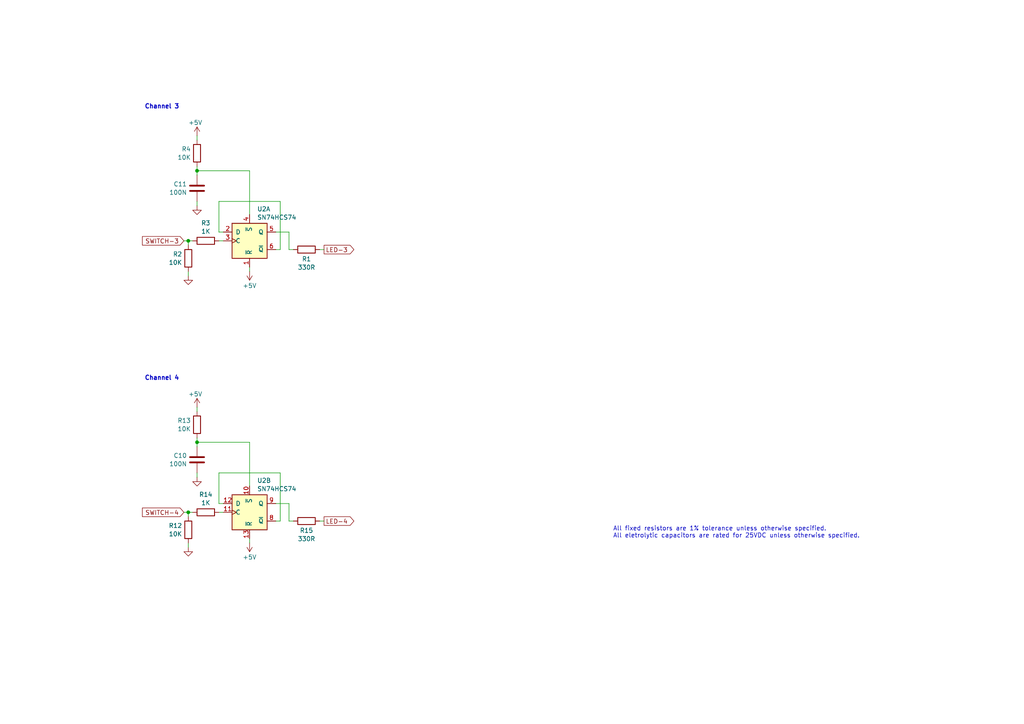
<source format=kicad_sch>
(kicad_sch (version 20230121) (generator eeschema)

  (uuid 8ae597b0-1583-415d-8c6b-52c41c5e5052)

  (paper "A4")

  (title_block
    (title "Switches - Channels 3 & 4")
    (date "2023-10-19")
    (rev "1.0")
    (company "Len Popp")
    (comment 1 "Copyright © 2023 Len Popp CC BY")
    (comment 2 "Eurorack muting module module - 8HP")
  )

  (lib_symbols
    (symbol "-lmp-IC-misc:SN74HCS74" (pin_names (offset 1.016)) (in_bom yes) (on_board yes)
      (property "Reference" "U" (at -7.62 8.89 0)
        (effects (font (size 1.27 1.27)))
      )
      (property "Value" "SN74HCS74" (at -7.62 -8.89 0)
        (effects (font (size 1.27 1.27)))
      )
      (property "Footprint" "Package_SO:SOIC-14_3.9x8.7mm_P1.27mm" (at 0 0 0)
        (effects (font (size 1.27 1.27)) hide)
      )
      (property "Datasheet" "https://www.ti.com/lit/ds/symlink/sn74hcs74.pdf" (at 0 0 0)
        (effects (font (size 1.27 1.27)) hide)
      )
      (property "Manufacturer" "Texas Instruments" (at 0 0 0)
        (effects (font (size 1.27 1.27)) hide)
      )
      (property "ManufacturerPartNum" "SN74HCS74DR" (at 0 0 0)
        (effects (font (size 1.27 1.27)) hide)
      )
      (property "Distributor" "Mouser" (at 0 0 0)
        (effects (font (size 1.27 1.27)) hide)
      )
      (property "DistributorPartNum" "595-SN74HCS74DR" (at 0 0 0)
        (effects (font (size 1.27 1.27)) hide)
      )
      (property "DistributorPartLink" "https://www.mouser.ca/ProductDetail/Texas-Instruments/SN74HCS74DR?qs=TiOZkKH1s2QvGxo75w4r5Q%3D%3D" (at 0 0 0)
        (effects (font (size 1.27 1.27)) hide)
      )
      (property "ki_locked" "" (at 0 0 0)
        (effects (font (size 1.27 1.27)))
      )
      (property "ki_keywords" "CMOS D flip-flop schmitt" (at 0 0 0)
        (effects (font (size 1.27 1.27)) hide)
      )
      (property "ki_description" "CMOS Dual D Flip-flop, Set & Reset, Positive-edge Triggered, Schmitt-trigger Input" (at 0 0 0)
        (effects (font (size 1.27 1.27)) hide)
      )
      (property "ki_fp_filters" "Breakout*DIP*14*W15.24mm* SOIC*14*3.9*8.7*P1.27*" (at 0 0 0)
        (effects (font (size 1.27 1.27)) hide)
      )
      (symbol "SN74HCS74_1_0"
        (pin input line (at 0 -7.62 90) (length 2.54)
          (name "~{R}" (effects (font (size 1.27 1.27))))
          (number "1" (effects (font (size 1.27 1.27))))
        )
        (pin input line (at -7.62 2.54 0) (length 2.54)
          (name "D" (effects (font (size 1.27 1.27))))
          (number "2" (effects (font (size 1.27 1.27))))
        )
        (pin input clock (at -7.62 0 0) (length 2.54)
          (name "C" (effects (font (size 1.27 1.27))))
          (number "3" (effects (font (size 1.27 1.27))))
        )
        (pin input line (at 0 7.62 270) (length 2.54)
          (name "~{S}" (effects (font (size 1.27 1.27))))
          (number "4" (effects (font (size 1.27 1.27))))
        )
        (pin output line (at 7.62 2.54 180) (length 2.54)
          (name "Q" (effects (font (size 1.27 1.27))))
          (number "5" (effects (font (size 1.27 1.27))))
        )
        (pin output line (at 7.62 -2.54 180) (length 2.54)
          (name "~{Q}" (effects (font (size 1.27 1.27))))
          (number "6" (effects (font (size 1.27 1.27))))
        )
      )
      (symbol "SN74HCS74_1_1"
        (rectangle (start -5.08 5.08) (end 5.08 -5.08)
          (stroke (width 0.254) (type default))
          (fill (type background))
        )
      )
      (symbol "SN74HCS74_2_0"
        (pin input line (at 0 7.62 270) (length 2.54)
          (name "~{S}" (effects (font (size 1.27 1.27))))
          (number "10" (effects (font (size 1.27 1.27))))
        )
        (pin input clock (at -7.62 0 0) (length 2.54)
          (name "C" (effects (font (size 1.27 1.27))))
          (number "11" (effects (font (size 1.27 1.27))))
        )
        (pin input line (at -7.62 2.54 0) (length 2.54)
          (name "D" (effects (font (size 1.27 1.27))))
          (number "12" (effects (font (size 1.27 1.27))))
        )
        (pin input line (at 0 -7.62 90) (length 2.54)
          (name "~{R}" (effects (font (size 1.27 1.27))))
          (number "13" (effects (font (size 1.27 1.27))))
        )
        (pin output line (at 7.62 -2.54 180) (length 2.54)
          (name "~{Q}" (effects (font (size 1.27 1.27))))
          (number "8" (effects (font (size 1.27 1.27))))
        )
        (pin output line (at 7.62 2.54 180) (length 2.54)
          (name "Q" (effects (font (size 1.27 1.27))))
          (number "9" (effects (font (size 1.27 1.27))))
        )
      )
      (symbol "SN74HCS74_2_1"
        (rectangle (start -5.08 5.08) (end 5.08 -5.08)
          (stroke (width 0.254) (type default))
          (fill (type background))
        )
      )
      (symbol "SN74HCS74_3_1"
        (pin power_in line (at 0 7.62 270) (length 2.54)
          (name "VDD" (effects (font (size 1.27 1.27))))
          (number "14" (effects (font (size 1.27 1.27))))
        )
        (pin power_in line (at 0 -7.62 90) (length 2.54)
          (name "VSS" (effects (font (size 1.27 1.27))))
          (number "7" (effects (font (size 1.27 1.27))))
        )
      )
    )
    (symbol "-lmp-power:+5V" (power) (pin_names (offset 0)) (in_bom yes) (on_board yes)
      (property "Reference" "#PWR" (at 0 -3.81 0)
        (effects (font (size 1.27 1.27)) hide)
      )
      (property "Value" "+5V" (at 0 3.556 0)
        (effects (font (size 1.27 1.27)))
      )
      (property "Footprint" "" (at 0 0 0)
        (effects (font (size 1.27 1.27)) hide)
      )
      (property "Datasheet" "" (at 0 0 0)
        (effects (font (size 1.27 1.27)) hide)
      )
      (property "ki_keywords" "power-flag" (at 0 0 0)
        (effects (font (size 1.27 1.27)) hide)
      )
      (property "ki_description" "Power symbol creates a global label with name \"+5V\"" (at 0 0 0)
        (effects (font (size 1.27 1.27)) hide)
      )
      (symbol "+5V_0_1"
        (polyline
          (pts
            (xy -0.762 1.27)
            (xy 0 2.54)
          )
          (stroke (width 0) (type default))
          (fill (type none))
        )
        (polyline
          (pts
            (xy 0 0)
            (xy 0 2.54)
          )
          (stroke (width 0) (type default))
          (fill (type none))
        )
        (polyline
          (pts
            (xy 0 2.54)
            (xy 0.762 1.27)
          )
          (stroke (width 0) (type default))
          (fill (type none))
        )
      )
      (symbol "+5V_1_1"
        (pin power_in line (at 0 0 90) (length 0) hide
          (name "+5V" (effects (font (size 1.27 1.27))))
          (number "1" (effects (font (size 1.27 1.27))))
        )
      )
    )
    (symbol "-lmp-synth:R_1K_Output" (pin_numbers hide) (pin_names (offset 0)) (in_bom yes) (on_board yes)
      (property "Reference" "R" (at -2.286 0 90)
        (effects (font (size 1.27 1.27)))
      )
      (property "Value" "R_1K_Output" (at 2.413 0 90)
        (effects (font (size 1.27 1.27)))
      )
      (property "Footprint" "-lmp-misc:R_Axial_DIN0207_L6.3mm_D2.5mm_P10.16mm_Horizontal" (at -1.778 0 90)
        (effects (font (size 1.27 1.27)) hide)
      )
      (property "Datasheet" "https://www.mouser.ca/datasheet/2/427/ccf07-1762725.pdf" (at 0 0 0)
        (effects (font (size 1.27 1.27)) hide)
      )
      (property "Value2" "5%, 1/4 W" (at 4.445 0 90)
        (effects (font (size 1.27 1.27)))
      )
      (property "Note" "Output limiting" (at -1.905 -1.905 90)
        (effects (font (size 1.27 1.27)) hide)
      )
      (property "Manufacturer" "Vishay / Dale" (at 0 0 0)
        (effects (font (size 1.27 1.27)) hide)
      )
      (property "ManufacturerPartNum" "CCF071K00JKE36" (at 0 0 0)
        (effects (font (size 1.27 1.27)) hide)
      )
      (property "Distributor" "Mouser" (at -1.905 0 90)
        (effects (font (size 1.27 1.27)) hide)
      )
      (property "DistributorPartNum" "71-CCF071K00JKE36" (at 0 0 0)
        (effects (font (size 1.27 1.27)) hide)
      )
      (property "DistributorPartLink" "https://www.mouser.ca/ProductDetail/Vishay-Dale/CCF071K00JKE36?qs=sGAEpiMZZMsPqMdJzcrNwqw41JD0NFylHV1MADcQnpo%3D" (at 0 0 0)
        (effects (font (size 1.27 1.27)) hide)
      )
      (property "ki_keywords" "R res resistor" (at 0 0 0)
        (effects (font (size 1.27 1.27)) hide)
      )
      (property "ki_description" "Resistor" (at 0 0 0)
        (effects (font (size 1.27 1.27)) hide)
      )
      (property "ki_fp_filters" "R_*" (at 0 0 0)
        (effects (font (size 1.27 1.27)) hide)
      )
      (symbol "R_1K_Output_0_1"
        (rectangle (start -1.016 -2.54) (end 1.016 2.54)
          (stroke (width 0.254) (type default))
          (fill (type none))
        )
      )
      (symbol "R_1K_Output_1_1"
        (pin passive line (at 0 3.81 270) (length 1.27)
          (name "~" (effects (font (size 1.27 1.27))))
          (number "1" (effects (font (size 1.27 1.27))))
        )
        (pin passive line (at 0 -3.81 90) (length 1.27)
          (name "~" (effects (font (size 1.27 1.27))))
          (number "2" (effects (font (size 1.27 1.27))))
        )
      )
    )
    (symbol "-lmp:CC_100N" (pin_numbers hide) (pin_names (offset 0.254)) (in_bom yes) (on_board yes)
      (property "Reference" "C" (at 0.635 2.54 0)
        (effects (font (size 1.27 1.27)) (justify left))
      )
      (property "Value" "CC_100N" (at 0.635 -2.54 0)
        (effects (font (size 1.27 1.27)) (justify left))
      )
      (property "Footprint" "-lmp-misc:C_Disc_D5.0mm_W2.5mm_P2.50mm" (at 0.9652 -3.81 0)
        (effects (font (size 1.27 1.27)) hide)
      )
      (property "Datasheet" "https://product.tdk.com/system/files/dam/doc/product/capacitor/ceramic/lead-mlcc/catalog/leadmlcc_halogenfree_fg_en.pdf" (at -0.635 -3.81 0)
        (effects (font (size 1.27 1.27)) hide)
      )
      (property "Note" "IC decoupling" (at 0.635 -5.08 0)
        (effects (font (size 1.27 1.27)) (justify left) hide)
      )
      (property "Manufacturer" "TDK" (at 0 0 0)
        (effects (font (size 1.27 1.27)) hide)
      )
      (property "ManufacturerPartNum" "FG18X7R1H104KNT06" (at 0 0 0)
        (effects (font (size 1.27 1.27)) hide)
      )
      (property "Distributor" "Mouser" (at 0 0 0)
        (effects (font (size 1.27 1.27)) hide)
      )
      (property "DistributorPartNum" "810-FG18X7R1H104KNT6" (at 0 0 0)
        (effects (font (size 1.27 1.27)) hide)
      )
      (property "DistributorPartLink" "https://www.mouser.ca/ProductDetail/810-FG18X7R1H104KNT6" (at 0 0 0)
        (effects (font (size 1.27 1.27)) hide)
      )
      (property "ki_keywords" "cap capacitor ceramic" (at 0 0 0)
        (effects (font (size 1.27 1.27)) hide)
      )
      (property "ki_description" "Capacitor - Ceramic - IC decoupling" (at 0 0 0)
        (effects (font (size 1.27 1.27)) hide)
      )
      (property "ki_fp_filters" "C_*" (at 0 0 0)
        (effects (font (size 1.27 1.27)) hide)
      )
      (symbol "CC_100N_0_1"
        (polyline
          (pts
            (xy -2.032 -0.762)
            (xy 2.032 -0.762)
          )
          (stroke (width 0.508) (type default))
          (fill (type none))
        )
        (polyline
          (pts
            (xy -2.032 0.762)
            (xy 2.032 0.762)
          )
          (stroke (width 0.508) (type default))
          (fill (type none))
        )
      )
      (symbol "CC_100N_1_1"
        (pin passive line (at 0 3.81 270) (length 2.794)
          (name "~" (effects (font (size 1.27 1.27))))
          (number "1" (effects (font (size 1.27 1.27))))
        )
        (pin passive line (at 0 -3.81 90) (length 2.794)
          (name "~" (effects (font (size 1.27 1.27))))
          (number "2" (effects (font (size 1.27 1.27))))
        )
      )
    )
    (symbol "-lmp:R_1%_0W166" (pin_numbers hide) (pin_names (offset 0)) (in_bom yes) (on_board yes)
      (property "Reference" "R" (at -2.286 0 90)
        (effects (font (size 1.27 1.27)))
      )
      (property "Value" "R_1%_0W166" (at 2.413 0 90)
        (effects (font (size 1.27 1.27)))
      )
      (property "Footprint" "-lmp-misc:R_Axial_DIN0207_L6.3mm_D2.5mm_P7.62mm_Horizontal" (at -1.778 0 90)
        (effects (font (size 1.27 1.27)) hide)
      )
      (property "Datasheet" "https://www.mouser.ca/datasheet/2/447/Yageo_LR_MFR_1-1714151.pdf" (at 0 0 0)
        (effects (font (size 1.27 1.27)) hide)
      )
      (property "Manufacturer" "YAGEO" (at 0 0 0)
        (effects (font (size 1.27 1.27)) hide)
      )
      (property "ManufacturerPartNum" "MFR-12*" (at 0 0 0)
        (effects (font (size 1.27 1.27)) hide)
      )
      (property "Distributor" "Mouser" (at 0 0 0)
        (effects (font (size 1.27 1.27)) hide)
      )
      (property "DistributorPartNum" "603-MFR-12*" (at 0 0 0)
        (effects (font (size 1.27 1.27)) hide)
      )
      (property "DistributorPartLink" "https://www.mouser.ca/c/?m=YAGEO&power+rating=166+mW+(1%2f6+W)&tolerance=1+%25&instock=y" (at 0 0 0)
        (effects (font (size 1.27 1.27)) hide)
      )
      (property "Value2" "1%, 1/6 W" (at 4.953 0 90)
        (effects (font (size 1.27 1.27)) hide)
      )
      (property "ki_keywords" "R res resistor" (at 0 0 0)
        (effects (font (size 1.27 1.27)) hide)
      )
      (property "ki_description" "Resistor" (at 0 0 0)
        (effects (font (size 1.27 1.27)) hide)
      )
      (property "ki_fp_filters" "R_*" (at 0 0 0)
        (effects (font (size 1.27 1.27)) hide)
      )
      (symbol "R_1%_0W166_0_1"
        (rectangle (start -1.016 -2.54) (end 1.016 2.54)
          (stroke (width 0.254) (type default))
          (fill (type none))
        )
      )
      (symbol "R_1%_0W166_1_1"
        (pin passive line (at 0 3.81 270) (length 1.27)
          (name "~" (effects (font (size 1.27 1.27))))
          (number "1" (effects (font (size 1.27 1.27))))
        )
        (pin passive line (at 0 -3.81 90) (length 1.27)
          (name "~" (effects (font (size 1.27 1.27))))
          (number "2" (effects (font (size 1.27 1.27))))
        )
      )
    )
    (symbol "GND_1" (power) (pin_numbers hide) (pin_names (offset 0) hide) (in_bom yes) (on_board yes)
      (property "Reference" "#PWR" (at 0 -6.35 0)
        (effects (font (size 1.27 1.27)) hide)
      )
      (property "Value" "GND_1" (at 0 -3.81 0)
        (effects (font (size 1.27 1.27)) hide)
      )
      (property "Footprint" "" (at 0 0 0)
        (effects (font (size 1.27 1.27)) hide)
      )
      (property "Datasheet" "" (at 0 0 0)
        (effects (font (size 1.27 1.27)) hide)
      )
      (property "ki_keywords" "power-flag" (at 0 0 0)
        (effects (font (size 1.27 1.27)) hide)
      )
      (property "ki_description" "Power symbol creates a global label with name \"GND\" , ground" (at 0 0 0)
        (effects (font (size 1.27 1.27)) hide)
      )
      (symbol "GND_1_0_1"
        (polyline
          (pts
            (xy 0 0)
            (xy 0 -1.27)
            (xy 1.27 -1.27)
            (xy 0 -2.54)
            (xy -1.27 -1.27)
            (xy 0 -1.27)
          )
          (stroke (width 0) (type default))
          (fill (type none))
        )
      )
      (symbol "GND_1_1_1"
        (pin power_in line (at 0 0 270) (length 0) hide
          (name "GND" (effects (font (size 1.27 1.27))))
          (number "1" (effects (font (size 1.27 1.27))))
        )
      )
    )
    (symbol "GND_2" (power) (pin_numbers hide) (pin_names (offset 0) hide) (in_bom yes) (on_board yes)
      (property "Reference" "#PWR" (at 0 -6.35 0)
        (effects (font (size 1.27 1.27)) hide)
      )
      (property "Value" "GND_2" (at 0 -3.81 0)
        (effects (font (size 1.27 1.27)) hide)
      )
      (property "Footprint" "" (at 0 0 0)
        (effects (font (size 1.27 1.27)) hide)
      )
      (property "Datasheet" "" (at 0 0 0)
        (effects (font (size 1.27 1.27)) hide)
      )
      (property "ki_keywords" "power-flag" (at 0 0 0)
        (effects (font (size 1.27 1.27)) hide)
      )
      (property "ki_description" "Power symbol creates a global label with name \"GND\" , ground" (at 0 0 0)
        (effects (font (size 1.27 1.27)) hide)
      )
      (symbol "GND_2_0_1"
        (polyline
          (pts
            (xy 0 0)
            (xy 0 -1.27)
            (xy 1.27 -1.27)
            (xy 0 -2.54)
            (xy -1.27 -1.27)
            (xy 0 -1.27)
          )
          (stroke (width 0) (type default))
          (fill (type none))
        )
      )
      (symbol "GND_2_1_1"
        (pin power_in line (at 0 0 270) (length 0) hide
          (name "GND" (effects (font (size 1.27 1.27))))
          (number "1" (effects (font (size 1.27 1.27))))
        )
      )
    )
  )

  (junction (at 54.61 148.59) (diameter 0) (color 0 0 0 0)
    (uuid 901a2d47-72c2-407c-ae69-a642bb9a21d4)
  )
  (junction (at 54.61 69.85) (diameter 0) (color 0 0 0 0)
    (uuid 9d9fc84f-6d30-420f-92aa-6ae51bb3cba1)
  )
  (junction (at 57.15 128.27) (diameter 0) (color 0 0 0 0)
    (uuid d0d9abde-9771-4016-a48a-b86a7f140ece)
  )
  (junction (at 57.15 49.53) (diameter 0) (color 0 0 0 0)
    (uuid efb6df5b-d399-41e8-8521-5d2d52279fa8)
  )

  (wire (pts (xy 54.61 69.85) (xy 55.88 69.85))
    (stroke (width 0) (type default))
    (uuid 14e109bc-6cc2-40e7-a007-ed0ac750ec1c)
  )
  (wire (pts (xy 81.28 151.13) (xy 81.28 137.16))
    (stroke (width 0) (type default))
    (uuid 15b1b518-4267-45f3-96e7-b9bc6bf364d5)
  )
  (wire (pts (xy 72.39 77.47) (xy 72.39 78.74))
    (stroke (width 0) (type default))
    (uuid 1b81c676-fc28-4d29-99f8-e652f5ad5ccb)
  )
  (wire (pts (xy 80.01 151.13) (xy 81.28 151.13))
    (stroke (width 0) (type default))
    (uuid 240eba50-26a1-441b-b816-b3e2a0d725f0)
  )
  (wire (pts (xy 54.61 69.85) (xy 54.61 71.12))
    (stroke (width 0) (type default))
    (uuid 24bc366f-2603-4c01-9aaa-e6c97600d7bc)
  )
  (wire (pts (xy 53.34 148.59) (xy 54.61 148.59))
    (stroke (width 0) (type default))
    (uuid 27a393d8-7d47-429e-9ac9-d49f20251030)
  )
  (wire (pts (xy 54.61 78.74) (xy 54.61 80.01))
    (stroke (width 0) (type default))
    (uuid 29fc54e7-65df-4007-82e5-0f1ff2aa71b4)
  )
  (wire (pts (xy 63.5 148.59) (xy 64.77 148.59))
    (stroke (width 0) (type default))
    (uuid 3662f555-ec8b-486d-8c8c-44d1cdaaa937)
  )
  (wire (pts (xy 80.01 72.39) (xy 81.28 72.39))
    (stroke (width 0) (type default))
    (uuid 3d936ea7-e609-4c31-bc67-c3bcc62e2b83)
  )
  (wire (pts (xy 57.15 118.11) (xy 57.15 119.38))
    (stroke (width 0) (type default))
    (uuid 481b1242-ee44-425a-a7cd-787c8831a1a1)
  )
  (wire (pts (xy 81.28 72.39) (xy 81.28 58.42))
    (stroke (width 0) (type default))
    (uuid 4b40d6e7-a8fd-4bbe-9248-83dce4c0cc34)
  )
  (wire (pts (xy 53.34 69.85) (xy 54.61 69.85))
    (stroke (width 0) (type default))
    (uuid 606c99a3-b705-4a37-bd9c-fccf4e8bf40b)
  )
  (wire (pts (xy 92.71 72.39) (xy 93.98 72.39))
    (stroke (width 0) (type default))
    (uuid 6562d4e6-ae88-4c91-a959-b44aa117a5b1)
  )
  (wire (pts (xy 83.82 72.39) (xy 85.09 72.39))
    (stroke (width 0) (type default))
    (uuid 66a8a0f2-b3c4-4c89-8b8d-7fa16dcdbb11)
  )
  (wire (pts (xy 83.82 146.05) (xy 83.82 151.13))
    (stroke (width 0) (type default))
    (uuid 6d78ab1c-c8db-47d0-ae9b-eff77dd355e9)
  )
  (wire (pts (xy 63.5 67.31) (xy 64.77 67.31))
    (stroke (width 0) (type default))
    (uuid 778f4e80-a817-41f9-822a-3516148186b0)
  )
  (wire (pts (xy 63.5 137.16) (xy 63.5 146.05))
    (stroke (width 0) (type default))
    (uuid 7ebc0df6-9de1-4b0e-947d-a8e39f5fdfe1)
  )
  (wire (pts (xy 83.82 67.31) (xy 83.82 72.39))
    (stroke (width 0) (type default))
    (uuid 88310bab-9c71-45c3-b6e6-52f16fae4d61)
  )
  (wire (pts (xy 57.15 128.27) (xy 72.39 128.27))
    (stroke (width 0) (type default))
    (uuid 8fec71d6-068f-42bd-9b12-b954963719cf)
  )
  (wire (pts (xy 54.61 148.59) (xy 54.61 149.86))
    (stroke (width 0) (type default))
    (uuid 9129eb18-386d-43fa-b68e-1434b71cef89)
  )
  (wire (pts (xy 63.5 58.42) (xy 63.5 67.31))
    (stroke (width 0) (type default))
    (uuid a341e3ec-ae39-4046-a0ed-fbae3bbc2445)
  )
  (wire (pts (xy 54.61 148.59) (xy 55.88 148.59))
    (stroke (width 0) (type default))
    (uuid a440fafd-2aa8-4bab-9419-1b7c2b013aab)
  )
  (wire (pts (xy 54.61 157.48) (xy 54.61 158.75))
    (stroke (width 0) (type default))
    (uuid a6b0a67f-c11e-4145-988c-54b6e764f87a)
  )
  (wire (pts (xy 57.15 39.37) (xy 57.15 40.64))
    (stroke (width 0) (type default))
    (uuid aeae85f5-45dd-4334-bd5b-ea7f0e2e3ce7)
  )
  (wire (pts (xy 81.28 58.42) (xy 63.5 58.42))
    (stroke (width 0) (type default))
    (uuid b3a54806-66a3-45f7-91c3-75ae4634b6af)
  )
  (wire (pts (xy 57.15 49.53) (xy 72.39 49.53))
    (stroke (width 0) (type default))
    (uuid b56c01d8-da1a-4719-a39b-01238eb0557b)
  )
  (wire (pts (xy 57.15 58.42) (xy 57.15 59.69))
    (stroke (width 0) (type default))
    (uuid b6dac844-2196-400b-84ba-5ca54df7c320)
  )
  (wire (pts (xy 83.82 151.13) (xy 85.09 151.13))
    (stroke (width 0) (type default))
    (uuid bce7f7aa-be4d-4a03-b243-87ff3a9d82cd)
  )
  (wire (pts (xy 63.5 146.05) (xy 64.77 146.05))
    (stroke (width 0) (type default))
    (uuid bdfe2967-ef7c-4cc1-9d7d-adb3af609872)
  )
  (wire (pts (xy 63.5 69.85) (xy 64.77 69.85))
    (stroke (width 0) (type default))
    (uuid c007c5f6-135b-44ec-ba20-6e13f87600e7)
  )
  (wire (pts (xy 57.15 137.16) (xy 57.15 138.43))
    (stroke (width 0) (type default))
    (uuid cfc40dde-f7a6-45ac-ad96-066b1ddb2979)
  )
  (wire (pts (xy 72.39 156.21) (xy 72.39 157.48))
    (stroke (width 0) (type default))
    (uuid d71fb02c-76fe-4467-ae87-9dd5eb0e99cd)
  )
  (wire (pts (xy 80.01 67.31) (xy 83.82 67.31))
    (stroke (width 0) (type default))
    (uuid d7559ee5-4fcd-413d-ba07-1d8452ce0dfc)
  )
  (wire (pts (xy 72.39 49.53) (xy 72.39 62.23))
    (stroke (width 0) (type default))
    (uuid d86226ec-bfe0-4828-92af-148cd95d0dd3)
  )
  (wire (pts (xy 80.01 146.05) (xy 83.82 146.05))
    (stroke (width 0) (type default))
    (uuid d88ad0a3-14cd-4a85-acbc-3d37f70371c2)
  )
  (wire (pts (xy 57.15 127) (xy 57.15 128.27))
    (stroke (width 0) (type default))
    (uuid dbccbfec-1339-4852-be5b-1908b8d077ef)
  )
  (wire (pts (xy 81.28 137.16) (xy 63.5 137.16))
    (stroke (width 0) (type default))
    (uuid ddee3b90-560c-4a13-abb0-2b0d23577daf)
  )
  (wire (pts (xy 72.39 128.27) (xy 72.39 140.97))
    (stroke (width 0) (type default))
    (uuid ed7d521d-501e-47ac-8629-5e7c448fa6d0)
  )
  (wire (pts (xy 57.15 48.26) (xy 57.15 49.53))
    (stroke (width 0) (type default))
    (uuid ef881953-4a6e-4e8a-8880-bc78929a25ba)
  )
  (wire (pts (xy 92.71 151.13) (xy 93.98 151.13))
    (stroke (width 0) (type default))
    (uuid f27abc93-e3d4-4977-a3b2-254770d2a80f)
  )
  (wire (pts (xy 57.15 128.27) (xy 57.15 129.54))
    (stroke (width 0) (type default))
    (uuid f491a0c0-c709-43b6-a27d-dd89ca330474)
  )
  (wire (pts (xy 57.15 49.53) (xy 57.15 50.8))
    (stroke (width 0) (type default))
    (uuid f54dbd67-38dd-4e30-a28f-627371bbeb32)
  )

  (text "Channel 3" (at 41.91 31.75 0)
    (effects (font (size 1.27 1.27) (thickness 0.254) bold) (justify left bottom))
    (uuid 34a5fbbf-8ff8-47a6-8211-7e6db2408dca)
  )
  (text "All fixed resistors are 1% tolerance unless otherwise specified.\nAll eletrolytic capacitors are rated for 25VDC unless otherwise specified."
    (at 177.8 156.21 0)
    (effects (font (size 1.27 1.27)) (justify left bottom))
    (uuid 9078b122-327b-4673-ad49-253abf73297e)
  )
  (text "Channel 4" (at 41.91 110.49 0)
    (effects (font (size 1.27 1.27) (thickness 0.254) bold) (justify left bottom))
    (uuid f2cb0d86-9881-4d19-a341-8fca5a5fc7bf)
  )

  (global_label "LED-4" (shape output) (at 93.98 151.13 0) (fields_autoplaced)
    (effects (font (size 1.27 1.27)) (justify left))
    (uuid 41263aec-4939-48e3-9ce2-04db8b0b91cd)
    (property "Intersheetrefs" "${INTERSHEET_REFS}" (at 102.54 151.13 0)
      (effects (font (size 1.27 1.27)) (justify left) hide)
    )
  )
  (global_label "SWITCH-3" (shape input) (at 53.34 69.85 180) (fields_autoplaced)
    (effects (font (size 1.27 1.27)) (justify right))
    (uuid 4505f850-9820-4c8b-8d28-6d3e108e87b4)
    (property "Intersheetrefs" "${INTERSHEET_REFS}" (at 41.3933 69.85 0)
      (effects (font (size 1.27 1.27)) (justify right) hide)
    )
  )
  (global_label "LED-3" (shape output) (at 93.98 72.39 0) (fields_autoplaced)
    (effects (font (size 1.27 1.27)) (justify left))
    (uuid 4b6f2214-83cb-4c54-bef7-22b529cd6b78)
    (property "Intersheetrefs" "${INTERSHEET_REFS}" (at 102.54 72.39 0)
      (effects (font (size 1.27 1.27)) (justify left) hide)
    )
  )
  (global_label "SWITCH-4" (shape input) (at 53.34 148.59 180) (fields_autoplaced)
    (effects (font (size 1.27 1.27)) (justify right))
    (uuid 78d05dfd-3e5b-4a25-8fc5-f563fb857105)
    (property "Intersheetrefs" "${INTERSHEET_REFS}" (at 41.3933 148.59 0)
      (effects (font (size 1.27 1.27)) (justify right) hide)
    )
  )

  (symbol (lib_id "-lmp-synth:R_1K_Output") (at 88.9 72.39 90) (mirror x) (unit 1)
    (in_bom yes) (on_board yes) (dnp no) (fields_autoplaced)
    (uuid 04df0f68-4117-433a-9858-0a42179343b8)
    (property "Reference" "R1" (at 88.9 75.1261 90)
      (effects (font (size 1.27 1.27)))
    )
    (property "Value" "330R" (at 88.9 77.5503 90)
      (effects (font (size 1.27 1.27)))
    )
    (property "Footprint" "-lmp-misc:R_Axial_DIN0207_L6.3mm_D2.5mm_P7.62mm_Horizontal" (at 88.9 70.612 90)
      (effects (font (size 1.27 1.27)) hide)
    )
    (property "Datasheet" "https://www.mouser.ca/datasheet/2/427/ccf07-1762725.pdf" (at 88.9 72.39 0)
      (effects (font (size 1.27 1.27)) hide)
    )
    (property "Value2" "5%, 1/4 W" (at 88.9 75.1261 90)
      (effects (font (size 1.27 1.27)) hide)
    )
    (property "Manufacturer" "YAGEO" (at 88.9 72.39 0)
      (effects (font (size 1.27 1.27)) hide)
    )
    (property "ManufacturerPartNum" "MFR-12FTF52-330R" (at 88.9 72.39 0)
      (effects (font (size 1.27 1.27)) hide)
    )
    (property "Distributor" "Mouser" (at 88.9 70.485 90)
      (effects (font (size 1.27 1.27)) hide)
    )
    (property "DistributorPartNum" "603-MFR-12FTF52-330R" (at 88.9 72.39 0)
      (effects (font (size 1.27 1.27)) hide)
    )
    (property "DistributorPartLink" "https://www.mouser.ca/ProductDetail/603-MFR-12FTF52-330R" (at 88.9 72.39 0)
      (effects (font (size 1.27 1.27)) hide)
    )
    (pin "1" (uuid 9f1eb1d5-3f35-46ab-9b7e-02a00856f0c2))
    (pin "2" (uuid 8c6cd985-0cae-46fb-8e1c-c56dcecdc33a))
    (instances
      (project "Switches"
        (path "/4fe3cd02-8864-4b3e-a1a0-2dfa4d191ca2"
          (reference "R1") (unit 1)
        )
        (path "/4fe3cd02-8864-4b3e-a1a0-2dfa4d191ca2/4b37ef0c-1391-46de-9fa1-c7437c667b9e"
          (reference "R29") (unit 1)
        )
      )
      (project "prototype"
        (path "/a1a9a0d8-c6de-418f-9a57-bf7f74b6d401"
          (reference "R12") (unit 1)
        )
      )
    )
  )

  (symbol (lib_id "-lmp:R_1%_0W166") (at 59.69 69.85 90) (unit 1)
    (in_bom yes) (on_board yes) (dnp no) (fields_autoplaced)
    (uuid 10234066-2e61-48d9-a805-37a8b077060c)
    (property "Reference" "R3" (at 59.69 64.6897 90)
      (effects (font (size 1.27 1.27)))
    )
    (property "Value" "1K" (at 59.69 67.1139 90)
      (effects (font (size 1.27 1.27)))
    )
    (property "Footprint" "-lmp-misc:R_Axial_DIN0207_L6.3mm_D2.5mm_P7.62mm_Horizontal" (at 59.69 71.628 90)
      (effects (font (size 1.27 1.27)) hide)
    )
    (property "Datasheet" "https://www.mouser.ca/datasheet/2/447/Yageo_LR_MFR_1-1714151.pdf" (at 59.69 69.85 0)
      (effects (font (size 1.27 1.27)) hide)
    )
    (property "Manufacturer" "YAGEO" (at 59.69 69.85 0)
      (effects (font (size 1.27 1.27)) hide)
    )
    (property "ManufacturerPartNum" "MFR-12FTF52-1K" (at 59.69 69.85 0)
      (effects (font (size 1.27 1.27)) hide)
    )
    (property "Distributor" "Mouser" (at 59.69 69.85 0)
      (effects (font (size 1.27 1.27)) hide)
    )
    (property "DistributorPartNum" "603-MFR-12FTF52-1K" (at 59.69 69.85 0)
      (effects (font (size 1.27 1.27)) hide)
    )
    (property "DistributorPartLink" "https://www.mouser.ca/ProductDetail/YAGEO/MFR-12FTF52-1K?qs=sGAEpiMZZMsPqMdJzcrNwiweiCzxKzWLdWnxGD01wS0%3D" (at 59.69 69.85 0)
      (effects (font (size 1.27 1.27)) hide)
    )
    (property "Value2" "1%, 1/6 W" (at 59.69 64.897 90)
      (effects (font (size 1.27 1.27)) hide)
    )
    (pin "1" (uuid 756bf612-b865-4de9-ba03-a88213c8345d))
    (pin "2" (uuid 6ac3ffce-9c66-4052-bb1d-f62bf22bee5f))
    (instances
      (project "Switches"
        (path "/4fe3cd02-8864-4b3e-a1a0-2dfa4d191ca2"
          (reference "R3") (unit 1)
        )
        (path "/4fe3cd02-8864-4b3e-a1a0-2dfa4d191ca2/4b37ef0c-1391-46de-9fa1-c7437c667b9e"
          (reference "R27") (unit 1)
        )
      )
      (project "prototype"
        (path "/a1a9a0d8-c6de-418f-9a57-bf7f74b6d401"
          (reference "R10") (unit 1)
        )
      )
    )
  )

  (symbol (lib_id "-lmp:R_1%_0W166") (at 57.15 123.19 0) (unit 1)
    (in_bom yes) (on_board yes) (dnp no) (fields_autoplaced)
    (uuid 1cc75390-2e0d-4947-bc03-fb00cb9f74c9)
    (property "Reference" "R13" (at 55.372 121.9779 0)
      (effects (font (size 1.27 1.27)) (justify right))
    )
    (property "Value" "10K" (at 55.372 124.4021 0)
      (effects (font (size 1.27 1.27)) (justify right))
    )
    (property "Footprint" "-lmp-misc:R_Axial_DIN0207_L6.3mm_D2.5mm_P7.62mm_Horizontal" (at 55.372 123.19 90)
      (effects (font (size 1.27 1.27)) hide)
    )
    (property "Datasheet" "https://www.mouser.ca/datasheet/2/447/Yageo_LR_MFR_1-1714151.pdf" (at 57.15 123.19 0)
      (effects (font (size 1.27 1.27)) hide)
    )
    (property "Manufacturer" "YAGEO" (at 57.15 123.19 0)
      (effects (font (size 1.27 1.27)) hide)
    )
    (property "ManufacturerPartNum" "MFR-12FTF52-10K" (at 57.15 123.19 0)
      (effects (font (size 1.27 1.27)) hide)
    )
    (property "Distributor" "Mouser" (at 57.15 123.19 0)
      (effects (font (size 1.27 1.27)) hide)
    )
    (property "DistributorPartNum" "603-MFR-12FTF52-10K" (at 57.15 123.19 0)
      (effects (font (size 1.27 1.27)) hide)
    )
    (property "DistributorPartLink" "https://www.mouser.ca/ProductDetail/YAGEO/MFR-12FTF52-10K?qs=sGAEpiMZZMsPqMdJzcrNwiweiCzxKzWL%2Fd0Jf4ZDQjA%3D" (at 57.15 123.19 0)
      (effects (font (size 1.27 1.27)) hide)
    )
    (property "Value2" "1%, 1/6 W" (at 62.103 123.19 90)
      (effects (font (size 1.27 1.27)) hide)
    )
    (pin "1" (uuid 3bb1dbad-b1e8-499c-bcbc-ae91be1071e5))
    (pin "2" (uuid a6129c17-a87a-4ce9-a8fd-360068194ae3))
    (instances
      (project "Switches"
        (path "/4fe3cd02-8864-4b3e-a1a0-2dfa4d191ca2"
          (reference "R13") (unit 1)
        )
        (path "/4fe3cd02-8864-4b3e-a1a0-2dfa4d191ca2/4b37ef0c-1391-46de-9fa1-c7437c667b9e"
          (reference "R26") (unit 1)
        )
      )
      (project "prototype"
        (path "/a1a9a0d8-c6de-418f-9a57-bf7f74b6d401"
          (reference "R11") (unit 1)
        )
      )
    )
  )

  (symbol (lib_id "-lmp-IC-misc:SN74HCS74") (at 72.39 148.59 0) (unit 2)
    (in_bom yes) (on_board yes) (dnp no) (fields_autoplaced)
    (uuid 37a83166-0d39-4cfd-809a-ca83f05ffce7)
    (property "Reference" "U2" (at 74.5841 139.3657 0)
      (effects (font (size 1.27 1.27)) (justify left))
    )
    (property "Value" "SN74HCS74" (at 74.5841 141.7899 0)
      (effects (font (size 1.27 1.27)) (justify left))
    )
    (property "Footprint" "Package_SO:SOIC-14_3.9x8.7mm_P1.27mm" (at 72.39 148.59 0)
      (effects (font (size 1.27 1.27)) hide)
    )
    (property "Datasheet" "https://www.ti.com/lit/ds/symlink/sn74hcs74.pdf" (at 72.39 148.59 0)
      (effects (font (size 1.27 1.27)) hide)
    )
    (property "Manufacturer" "Texas Instruments" (at 72.39 148.59 0)
      (effects (font (size 1.27 1.27)) hide)
    )
    (property "ManufacturerPartNum" "SN74HCS74DR" (at 72.39 148.59 0)
      (effects (font (size 1.27 1.27)) hide)
    )
    (property "Distributor" "Mouser" (at 72.39 148.59 0)
      (effects (font (size 1.27 1.27)) hide)
    )
    (property "DistributorPartNum" "595-SN74HCS74DR" (at 72.39 148.59 0)
      (effects (font (size 1.27 1.27)) hide)
    )
    (property "DistributorPartLink" "https://www.mouser.ca/ProductDetail/Texas-Instruments/SN74HCS74DR?qs=TiOZkKH1s2QvGxo75w4r5Q%3D%3D" (at 72.39 148.59 0)
      (effects (font (size 1.27 1.27)) hide)
    )
    (pin "1" (uuid 014325a1-36a2-4a2f-8055-b0a588954d98))
    (pin "2" (uuid 388d2c9c-f179-470f-9cb3-27a490acba26))
    (pin "3" (uuid 1f3fa86d-6427-4c36-8d9f-286d010e2792))
    (pin "4" (uuid 52150275-0463-4316-81ff-79bcaface79a))
    (pin "5" (uuid 89b9302f-2f10-46f1-b755-75d54d7a2d7b))
    (pin "6" (uuid 7479e70f-abf9-43a6-bd74-dfc44659c2d9))
    (pin "10" (uuid 2388180f-7254-4a30-9242-d9b58c11c5a3))
    (pin "11" (uuid 687f6423-7fa5-43d4-9f90-cd961c579878))
    (pin "12" (uuid aee36dea-67c8-4580-bb49-a8bb95eec08a))
    (pin "13" (uuid bf3d4810-3289-4330-b35d-810c8639a713))
    (pin "8" (uuid b716fcb7-3ad5-4146-904d-95a229f7a663))
    (pin "9" (uuid d867977e-51ba-4533-af1e-324bcf12481f))
    (pin "14" (uuid 37f43ec8-e74e-4d2f-8666-f199ce9647bf))
    (pin "7" (uuid 3c4baf96-3502-4b68-b805-81a67161ccd4))
    (instances
      (project "Switches"
        (path "/4fe3cd02-8864-4b3e-a1a0-2dfa4d191ca2"
          (reference "U2") (unit 2)
        )
        (path "/4fe3cd02-8864-4b3e-a1a0-2dfa4d191ca2/4b37ef0c-1391-46de-9fa1-c7437c667b9e"
          (reference "U4") (unit 2)
        )
      )
      (project "prototype"
        (path "/a1a9a0d8-c6de-418f-9a57-bf7f74b6d401"
          (reference "U2") (unit 2)
        )
      )
    )
  )

  (symbol (lib_name "GND_2") (lib_id "-lmp-power:GND") (at 54.61 158.75 0) (unit 1)
    (in_bom yes) (on_board yes) (dnp no) (fields_autoplaced)
    (uuid 3d61ec56-9cd2-4bd2-a76e-a236da90b365)
    (property "Reference" "#PWR03" (at 54.61 165.1 0)
      (effects (font (size 1.27 1.27)) hide)
    )
    (property "Value" "GND" (at 54.61 162.56 0)
      (effects (font (size 1.27 1.27)) hide)
    )
    (property "Footprint" "" (at 54.61 158.75 0)
      (effects (font (size 1.27 1.27)) hide)
    )
    (property "Datasheet" "" (at 54.61 158.75 0)
      (effects (font (size 1.27 1.27)) hide)
    )
    (pin "1" (uuid 8694f803-ba36-4ef6-8b85-47244063efaa))
    (instances
      (project "Switches"
        (path "/4fe3cd02-8864-4b3e-a1a0-2dfa4d191ca2"
          (reference "#PWR03") (unit 1)
        )
        (path "/4fe3cd02-8864-4b3e-a1a0-2dfa4d191ca2/4b37ef0c-1391-46de-9fa1-c7437c667b9e"
          (reference "#PWR022") (unit 1)
        )
      )
      (project "prototype"
        (path "/a1a9a0d8-c6de-418f-9a57-bf7f74b6d401"
          (reference "#PWR017") (unit 1)
        )
      )
    )
  )

  (symbol (lib_id "-lmp-IC-misc:SN74HCS74") (at 72.39 69.85 0) (unit 1)
    (in_bom yes) (on_board yes) (dnp no) (fields_autoplaced)
    (uuid 412f8f88-19d8-4b75-93e5-1d9618fb87e3)
    (property "Reference" "U2" (at 74.5841 60.6257 0)
      (effects (font (size 1.27 1.27)) (justify left))
    )
    (property "Value" "SN74HCS74" (at 74.5841 63.0499 0)
      (effects (font (size 1.27 1.27)) (justify left))
    )
    (property "Footprint" "Package_SO:SOIC-14_3.9x8.7mm_P1.27mm" (at 72.39 69.85 0)
      (effects (font (size 1.27 1.27)) hide)
    )
    (property "Datasheet" "https://www.ti.com/lit/ds/symlink/sn74hcs74.pdf" (at 72.39 69.85 0)
      (effects (font (size 1.27 1.27)) hide)
    )
    (property "Manufacturer" "Texas Instruments" (at 72.39 69.85 0)
      (effects (font (size 1.27 1.27)) hide)
    )
    (property "ManufacturerPartNum" "SN74HCS74DR" (at 72.39 69.85 0)
      (effects (font (size 1.27 1.27)) hide)
    )
    (property "Distributor" "Mouser" (at 72.39 69.85 0)
      (effects (font (size 1.27 1.27)) hide)
    )
    (property "DistributorPartNum" "595-SN74HCS74DR" (at 72.39 69.85 0)
      (effects (font (size 1.27 1.27)) hide)
    )
    (property "DistributorPartLink" "https://www.mouser.ca/ProductDetail/Texas-Instruments/SN74HCS74DR?qs=TiOZkKH1s2QvGxo75w4r5Q%3D%3D" (at 72.39 69.85 0)
      (effects (font (size 1.27 1.27)) hide)
    )
    (pin "1" (uuid f2b708e3-f8f6-44b0-acda-fdc06b63183e))
    (pin "2" (uuid 7cb35f9e-47d1-4918-a60e-5b84c9679183))
    (pin "3" (uuid ed798d6b-c2c8-4955-b40d-ad8a4fb8d1c4))
    (pin "4" (uuid a3ec3b06-0139-4b71-a36c-0a33e31c6fac))
    (pin "5" (uuid 12c0a742-0527-4dad-9648-65425a9b7faf))
    (pin "6" (uuid b3378abf-fab6-4284-b02e-bab5a0670c01))
    (pin "10" (uuid 17ef92e9-396b-4402-b502-7a507efc5a17))
    (pin "11" (uuid eb2089cd-94fa-4068-b2a6-32ea154177cd))
    (pin "12" (uuid 9818757f-c94a-4dac-bd9d-e0ead4e1b4c1))
    (pin "13" (uuid e7ebc0ea-db3a-456a-b093-848a0f1c1a02))
    (pin "8" (uuid d8f20f78-d459-4902-a555-55aa4a100b94))
    (pin "9" (uuid 4b215581-c011-4e1e-990c-0b63c1de153e))
    (pin "14" (uuid 37f43ec8-e74e-4d2f-8666-f199ce9647c0))
    (pin "7" (uuid 3c4baf96-3502-4b68-b805-81a67161ccd5))
    (instances
      (project "Switches"
        (path "/4fe3cd02-8864-4b3e-a1a0-2dfa4d191ca2"
          (reference "U2") (unit 1)
        )
        (path "/4fe3cd02-8864-4b3e-a1a0-2dfa4d191ca2/4b37ef0c-1391-46de-9fa1-c7437c667b9e"
          (reference "U4") (unit 1)
        )
      )
      (project "prototype"
        (path "/a1a9a0d8-c6de-418f-9a57-bf7f74b6d401"
          (reference "U2") (unit 2)
        )
      )
    )
  )

  (symbol (lib_id "-lmp:R_1%_0W166") (at 59.69 148.59 90) (unit 1)
    (in_bom yes) (on_board yes) (dnp no) (fields_autoplaced)
    (uuid 432fa39a-b994-4454-a5fe-01dd5a287388)
    (property "Reference" "R14" (at 59.69 143.4297 90)
      (effects (font (size 1.27 1.27)))
    )
    (property "Value" "1K" (at 59.69 145.8539 90)
      (effects (font (size 1.27 1.27)))
    )
    (property "Footprint" "-lmp-misc:R_Axial_DIN0207_L6.3mm_D2.5mm_P7.62mm_Horizontal" (at 59.69 150.368 90)
      (effects (font (size 1.27 1.27)) hide)
    )
    (property "Datasheet" "https://www.mouser.ca/datasheet/2/447/Yageo_LR_MFR_1-1714151.pdf" (at 59.69 148.59 0)
      (effects (font (size 1.27 1.27)) hide)
    )
    (property "Manufacturer" "YAGEO" (at 59.69 148.59 0)
      (effects (font (size 1.27 1.27)) hide)
    )
    (property "ManufacturerPartNum" "MFR-12FTF52-1K" (at 59.69 148.59 0)
      (effects (font (size 1.27 1.27)) hide)
    )
    (property "Distributor" "Mouser" (at 59.69 148.59 0)
      (effects (font (size 1.27 1.27)) hide)
    )
    (property "DistributorPartNum" "603-MFR-12FTF52-1K" (at 59.69 148.59 0)
      (effects (font (size 1.27 1.27)) hide)
    )
    (property "DistributorPartLink" "https://www.mouser.ca/ProductDetail/YAGEO/MFR-12FTF52-1K?qs=sGAEpiMZZMsPqMdJzcrNwiweiCzxKzWLdWnxGD01wS0%3D" (at 59.69 148.59 0)
      (effects (font (size 1.27 1.27)) hide)
    )
    (property "Value2" "1%, 1/6 W" (at 59.69 143.637 90)
      (effects (font (size 1.27 1.27)) hide)
    )
    (pin "1" (uuid f11263f2-6d57-409a-8297-9893326c89df))
    (pin "2" (uuid 3c30d271-70a5-48d9-a856-b51ea9ee6af2))
    (instances
      (project "Switches"
        (path "/4fe3cd02-8864-4b3e-a1a0-2dfa4d191ca2"
          (reference "R14") (unit 1)
        )
        (path "/4fe3cd02-8864-4b3e-a1a0-2dfa4d191ca2/4b37ef0c-1391-46de-9fa1-c7437c667b9e"
          (reference "R28") (unit 1)
        )
      )
      (project "prototype"
        (path "/a1a9a0d8-c6de-418f-9a57-bf7f74b6d401"
          (reference "R10") (unit 1)
        )
      )
    )
  )

  (symbol (lib_id "-lmp:R_1%_0W166") (at 57.15 44.45 0) (unit 1)
    (in_bom yes) (on_board yes) (dnp no) (fields_autoplaced)
    (uuid 4d7f78a6-3caa-4c4c-9383-d323e686d738)
    (property "Reference" "R4" (at 55.372 43.2379 0)
      (effects (font (size 1.27 1.27)) (justify right))
    )
    (property "Value" "10K" (at 55.372 45.6621 0)
      (effects (font (size 1.27 1.27)) (justify right))
    )
    (property "Footprint" "-lmp-misc:R_Axial_DIN0207_L6.3mm_D2.5mm_P7.62mm_Horizontal" (at 55.372 44.45 90)
      (effects (font (size 1.27 1.27)) hide)
    )
    (property "Datasheet" "https://www.mouser.ca/datasheet/2/447/Yageo_LR_MFR_1-1714151.pdf" (at 57.15 44.45 0)
      (effects (font (size 1.27 1.27)) hide)
    )
    (property "Manufacturer" "YAGEO" (at 57.15 44.45 0)
      (effects (font (size 1.27 1.27)) hide)
    )
    (property "ManufacturerPartNum" "MFR-12FTF52-10K" (at 57.15 44.45 0)
      (effects (font (size 1.27 1.27)) hide)
    )
    (property "Distributor" "Mouser" (at 57.15 44.45 0)
      (effects (font (size 1.27 1.27)) hide)
    )
    (property "DistributorPartNum" "603-MFR-12FTF52-10K" (at 57.15 44.45 0)
      (effects (font (size 1.27 1.27)) hide)
    )
    (property "DistributorPartLink" "https://www.mouser.ca/ProductDetail/YAGEO/MFR-12FTF52-10K?qs=sGAEpiMZZMsPqMdJzcrNwiweiCzxKzWL%2Fd0Jf4ZDQjA%3D" (at 57.15 44.45 0)
      (effects (font (size 1.27 1.27)) hide)
    )
    (property "Value2" "1%, 1/6 W" (at 62.103 44.45 90)
      (effects (font (size 1.27 1.27)) hide)
    )
    (pin "1" (uuid dfccc8a1-9a5b-42c0-88e6-38642907a890))
    (pin "2" (uuid a508d0e0-f4ce-4703-89b3-447968cbf755))
    (instances
      (project "Switches"
        (path "/4fe3cd02-8864-4b3e-a1a0-2dfa4d191ca2"
          (reference "R4") (unit 1)
        )
        (path "/4fe3cd02-8864-4b3e-a1a0-2dfa4d191ca2/4b37ef0c-1391-46de-9fa1-c7437c667b9e"
          (reference "R25") (unit 1)
        )
      )
      (project "prototype"
        (path "/a1a9a0d8-c6de-418f-9a57-bf7f74b6d401"
          (reference "R11") (unit 1)
        )
      )
    )
  )

  (symbol (lib_id "-lmp:CC_100N") (at 57.15 54.61 0) (unit 1)
    (in_bom yes) (on_board yes) (dnp no) (fields_autoplaced)
    (uuid 67086322-a82d-4c67-8549-c88a1bb2f8df)
    (property "Reference" "C11" (at 54.229 53.3979 0)
      (effects (font (size 1.27 1.27)) (justify right))
    )
    (property "Value" "100N" (at 54.229 55.8221 0)
      (effects (font (size 1.27 1.27)) (justify right))
    )
    (property "Footprint" "-lmp-misc:C_Disc_D5.0mm_W2.5mm_P2.50mm" (at 58.1152 58.42 0)
      (effects (font (size 1.27 1.27)) hide)
    )
    (property "Datasheet" "https://product.tdk.com/system/files/dam/doc/product/capacitor/ceramic/lead-mlcc/catalog/leadmlcc_halogenfree_fg_en.pdf" (at 56.515 58.42 0)
      (effects (font (size 1.27 1.27)) hide)
    )
    (property "Note" "IC decoupling" (at 57.785 59.69 0)
      (effects (font (size 1.27 1.27)) (justify left) hide)
    )
    (property "Manufacturer" "TDK" (at 57.15 54.61 0)
      (effects (font (size 1.27 1.27)) hide)
    )
    (property "ManufacturerPartNum" "FG18X7R1H104KNT06" (at 57.15 54.61 0)
      (effects (font (size 1.27 1.27)) hide)
    )
    (property "Distributor" "Mouser" (at 57.15 54.61 0)
      (effects (font (size 1.27 1.27)) hide)
    )
    (property "DistributorPartNum" "810-FG18X7R1H104KNT6" (at 57.15 54.61 0)
      (effects (font (size 1.27 1.27)) hide)
    )
    (property "DistributorPartLink" "https://www.mouser.ca/ProductDetail/810-FG18X7R1H104KNT6" (at 57.15 54.61 0)
      (effects (font (size 1.27 1.27)) hide)
    )
    (pin "1" (uuid ef9900a9-6821-40e6-9219-ef8c7c622bc0))
    (pin "2" (uuid 5aa0bf61-a3d2-487c-9325-0051c666e2bb))
    (instances
      (project "Switches"
        (path "/4fe3cd02-8864-4b3e-a1a0-2dfa4d191ca2"
          (reference "C11") (unit 1)
        )
        (path "/4fe3cd02-8864-4b3e-a1a0-2dfa4d191ca2/4b37ef0c-1391-46de-9fa1-c7437c667b9e"
          (reference "C5") (unit 1)
        )
      )
      (project "prototype"
        (path "/a1a9a0d8-c6de-418f-9a57-bf7f74b6d401"
          (reference "C3") (unit 1)
        )
      )
    )
  )

  (symbol (lib_name "GND_2") (lib_id "-lmp-power:GND") (at 54.61 80.01 0) (unit 1)
    (in_bom yes) (on_board yes) (dnp no) (fields_autoplaced)
    (uuid 69e00b26-b70e-40c2-ba5f-e8542d266014)
    (property "Reference" "#PWR05" (at 54.61 86.36 0)
      (effects (font (size 1.27 1.27)) hide)
    )
    (property "Value" "GND" (at 54.61 83.82 0)
      (effects (font (size 1.27 1.27)) hide)
    )
    (property "Footprint" "" (at 54.61 80.01 0)
      (effects (font (size 1.27 1.27)) hide)
    )
    (property "Datasheet" "" (at 54.61 80.01 0)
      (effects (font (size 1.27 1.27)) hide)
    )
    (pin "1" (uuid 2459aed8-4f4b-414a-b1a8-c5f335959648))
    (instances
      (project "Switches"
        (path "/4fe3cd02-8864-4b3e-a1a0-2dfa4d191ca2"
          (reference "#PWR05") (unit 1)
        )
        (path "/4fe3cd02-8864-4b3e-a1a0-2dfa4d191ca2/4b37ef0c-1391-46de-9fa1-c7437c667b9e"
          (reference "#PWR021") (unit 1)
        )
      )
      (project "prototype"
        (path "/a1a9a0d8-c6de-418f-9a57-bf7f74b6d401"
          (reference "#PWR017") (unit 1)
        )
      )
    )
  )

  (symbol (lib_id "-lmp:CC_100N") (at 57.15 133.35 0) (unit 1)
    (in_bom yes) (on_board yes) (dnp no) (fields_autoplaced)
    (uuid 86a0de32-a182-4cd1-a05c-874f8d42ac27)
    (property "Reference" "C10" (at 54.229 132.1379 0)
      (effects (font (size 1.27 1.27)) (justify right))
    )
    (property "Value" "100N" (at 54.229 134.5621 0)
      (effects (font (size 1.27 1.27)) (justify right))
    )
    (property "Footprint" "-lmp-misc:C_Disc_D5.0mm_W2.5mm_P2.50mm" (at 58.1152 137.16 0)
      (effects (font (size 1.27 1.27)) hide)
    )
    (property "Datasheet" "https://product.tdk.com/system/files/dam/doc/product/capacitor/ceramic/lead-mlcc/catalog/leadmlcc_halogenfree_fg_en.pdf" (at 56.515 137.16 0)
      (effects (font (size 1.27 1.27)) hide)
    )
    (property "Note" "IC decoupling" (at 57.785 138.43 0)
      (effects (font (size 1.27 1.27)) (justify left) hide)
    )
    (property "Manufacturer" "TDK" (at 57.15 133.35 0)
      (effects (font (size 1.27 1.27)) hide)
    )
    (property "ManufacturerPartNum" "FG18X7R1H104KNT06" (at 57.15 133.35 0)
      (effects (font (size 1.27 1.27)) hide)
    )
    (property "Distributor" "Mouser" (at 57.15 133.35 0)
      (effects (font (size 1.27 1.27)) hide)
    )
    (property "DistributorPartNum" "810-FG18X7R1H104KNT6" (at 57.15 133.35 0)
      (effects (font (size 1.27 1.27)) hide)
    )
    (property "DistributorPartLink" "https://www.mouser.ca/ProductDetail/810-FG18X7R1H104KNT6" (at 57.15 133.35 0)
      (effects (font (size 1.27 1.27)) hide)
    )
    (pin "1" (uuid f7493d6e-e3c3-4054-9644-ebdbd6fe0931))
    (pin "2" (uuid dfec420b-3213-4a40-bc53-6f9c3da9e769))
    (instances
      (project "Switches"
        (path "/4fe3cd02-8864-4b3e-a1a0-2dfa4d191ca2"
          (reference "C10") (unit 1)
        )
        (path "/4fe3cd02-8864-4b3e-a1a0-2dfa4d191ca2/4b37ef0c-1391-46de-9fa1-c7437c667b9e"
          (reference "C6") (unit 1)
        )
      )
      (project "prototype"
        (path "/a1a9a0d8-c6de-418f-9a57-bf7f74b6d401"
          (reference "C3") (unit 1)
        )
      )
    )
  )

  (symbol (lib_id "-lmp-synth:R_1K_Output") (at 88.9 151.13 90) (mirror x) (unit 1)
    (in_bom yes) (on_board yes) (dnp no) (fields_autoplaced)
    (uuid 9e094e79-ae2f-443a-bea9-de9932ffd682)
    (property "Reference" "R15" (at 88.9 153.8661 90)
      (effects (font (size 1.27 1.27)))
    )
    (property "Value" "330R" (at 88.9 156.2903 90)
      (effects (font (size 1.27 1.27)))
    )
    (property "Footprint" "-lmp-misc:R_Axial_DIN0207_L6.3mm_D2.5mm_P7.62mm_Horizontal" (at 88.9 149.352 90)
      (effects (font (size 1.27 1.27)) hide)
    )
    (property "Datasheet" "https://www.mouser.ca/datasheet/2/427/ccf07-1762725.pdf" (at 88.9 151.13 0)
      (effects (font (size 1.27 1.27)) hide)
    )
    (property "Value2" "5%, 1/4 W" (at 88.9 153.8661 90)
      (effects (font (size 1.27 1.27)) hide)
    )
    (property "Manufacturer" "YAGEO" (at 88.9 151.13 0)
      (effects (font (size 1.27 1.27)) hide)
    )
    (property "ManufacturerPartNum" "MFR-12FTF52-330R" (at 88.9 151.13 0)
      (effects (font (size 1.27 1.27)) hide)
    )
    (property "Distributor" "Mouser" (at 88.9 149.225 90)
      (effects (font (size 1.27 1.27)) hide)
    )
    (property "DistributorPartNum" "603-MFR-12FTF52-330R" (at 88.9 151.13 0)
      (effects (font (size 1.27 1.27)) hide)
    )
    (property "DistributorPartLink" "https://www.mouser.ca/ProductDetail/603-MFR-12FTF52-330R" (at 88.9 151.13 0)
      (effects (font (size 1.27 1.27)) hide)
    )
    (pin "1" (uuid 14f5a8c8-26e2-49cf-ad6c-e4cf721e9713))
    (pin "2" (uuid f7482830-cd15-4b34-bd5d-10314fe1edb1))
    (instances
      (project "Switches"
        (path "/4fe3cd02-8864-4b3e-a1a0-2dfa4d191ca2"
          (reference "R15") (unit 1)
        )
        (path "/4fe3cd02-8864-4b3e-a1a0-2dfa4d191ca2/4b37ef0c-1391-46de-9fa1-c7437c667b9e"
          (reference "R30") (unit 1)
        )
      )
      (project "prototype"
        (path "/a1a9a0d8-c6de-418f-9a57-bf7f74b6d401"
          (reference "R12") (unit 1)
        )
      )
    )
  )

  (symbol (lib_id "-lmp:R_1%_0W166") (at 54.61 153.67 0) (unit 1)
    (in_bom yes) (on_board yes) (dnp no) (fields_autoplaced)
    (uuid a3e50f6c-6140-4a0e-9374-75a256491500)
    (property "Reference" "R12" (at 52.832 152.4579 0)
      (effects (font (size 1.27 1.27)) (justify right))
    )
    (property "Value" "10K" (at 52.832 154.8821 0)
      (effects (font (size 1.27 1.27)) (justify right))
    )
    (property "Footprint" "-lmp-misc:R_Axial_DIN0207_L6.3mm_D2.5mm_P7.62mm_Horizontal" (at 52.832 153.67 90)
      (effects (font (size 1.27 1.27)) hide)
    )
    (property "Datasheet" "https://www.mouser.ca/datasheet/2/447/Yageo_LR_MFR_1-1714151.pdf" (at 54.61 153.67 0)
      (effects (font (size 1.27 1.27)) hide)
    )
    (property "Manufacturer" "YAGEO" (at 54.61 153.67 0)
      (effects (font (size 1.27 1.27)) hide)
    )
    (property "ManufacturerPartNum" "MFR-12FTF52-10K" (at 54.61 153.67 0)
      (effects (font (size 1.27 1.27)) hide)
    )
    (property "Distributor" "Mouser" (at 54.61 153.67 0)
      (effects (font (size 1.27 1.27)) hide)
    )
    (property "DistributorPartNum" "603-MFR-12FTF52-10K" (at 54.61 153.67 0)
      (effects (font (size 1.27 1.27)) hide)
    )
    (property "DistributorPartLink" "https://www.mouser.ca/ProductDetail/YAGEO/MFR-12FTF52-10K?qs=sGAEpiMZZMsPqMdJzcrNwiweiCzxKzWL%2Fd0Jf4ZDQjA%3D" (at 54.61 153.67 0)
      (effects (font (size 1.27 1.27)) hide)
    )
    (property "Value2" "1%, 1/6 W" (at 59.563 153.67 90)
      (effects (font (size 1.27 1.27)) hide)
    )
    (pin "1" (uuid 1185d57d-93b1-432c-93d1-8d79ecf33fab))
    (pin "2" (uuid 594423ca-5894-41fd-b57f-9cb3877c1268))
    (instances
      (project "Switches"
        (path "/4fe3cd02-8864-4b3e-a1a0-2dfa4d191ca2"
          (reference "R12") (unit 1)
        )
        (path "/4fe3cd02-8864-4b3e-a1a0-2dfa4d191ca2/4b37ef0c-1391-46de-9fa1-c7437c667b9e"
          (reference "R24") (unit 1)
        )
      )
      (project "prototype"
        (path "/a1a9a0d8-c6de-418f-9a57-bf7f74b6d401"
          (reference "R9") (unit 1)
        )
      )
    )
  )

  (symbol (lib_id "-lmp-power:+5V") (at 72.39 157.48 180) (unit 1)
    (in_bom yes) (on_board yes) (dnp no) (fields_autoplaced)
    (uuid c084bc73-efac-4243-ac0d-04187290e716)
    (property "Reference" "#PWR016" (at 72.39 153.67 0)
      (effects (font (size 1.27 1.27)) hide)
    )
    (property "Value" "+5V" (at 72.39 161.6131 0)
      (effects (font (size 1.27 1.27)))
    )
    (property "Footprint" "" (at 72.39 157.48 0)
      (effects (font (size 1.27 1.27)) hide)
    )
    (property "Datasheet" "" (at 72.39 157.48 0)
      (effects (font (size 1.27 1.27)) hide)
    )
    (pin "1" (uuid 42ee1d24-9c18-4280-bfb5-98048615b848))
    (instances
      (project "Switches"
        (path "/4fe3cd02-8864-4b3e-a1a0-2dfa4d191ca2"
          (reference "#PWR016") (unit 1)
        )
        (path "/4fe3cd02-8864-4b3e-a1a0-2dfa4d191ca2/4b37ef0c-1391-46de-9fa1-c7437c667b9e"
          (reference "#PWR028") (unit 1)
        )
      )
      (project "prototype"
        (path "/a1a9a0d8-c6de-418f-9a57-bf7f74b6d401"
          (reference "#PWR018") (unit 1)
        )
      )
    )
  )

  (symbol (lib_id "-lmp-power:+5V") (at 72.39 78.74 180) (unit 1)
    (in_bom yes) (on_board yes) (dnp no) (fields_autoplaced)
    (uuid cc48d126-7f2c-430a-8efe-c1f684a11b28)
    (property "Reference" "#PWR08" (at 72.39 74.93 0)
      (effects (font (size 1.27 1.27)) hide)
    )
    (property "Value" "+5V" (at 72.39 82.8731 0)
      (effects (font (size 1.27 1.27)))
    )
    (property "Footprint" "" (at 72.39 78.74 0)
      (effects (font (size 1.27 1.27)) hide)
    )
    (property "Datasheet" "" (at 72.39 78.74 0)
      (effects (font (size 1.27 1.27)) hide)
    )
    (pin "1" (uuid af3c58fb-f788-4597-b162-3e4751380f14))
    (instances
      (project "Switches"
        (path "/4fe3cd02-8864-4b3e-a1a0-2dfa4d191ca2"
          (reference "#PWR08") (unit 1)
        )
        (path "/4fe3cd02-8864-4b3e-a1a0-2dfa4d191ca2/4b37ef0c-1391-46de-9fa1-c7437c667b9e"
          (reference "#PWR027") (unit 1)
        )
      )
      (project "prototype"
        (path "/a1a9a0d8-c6de-418f-9a57-bf7f74b6d401"
          (reference "#PWR018") (unit 1)
        )
      )
    )
  )

  (symbol (lib_id "-lmp-power:+5V") (at 57.15 39.37 0) (unit 1)
    (in_bom yes) (on_board yes) (dnp no)
    (uuid d178de57-0bda-4a7e-8f6d-12fbcf6c257d)
    (property "Reference" "#PWR07" (at 57.15 43.18 0)
      (effects (font (size 1.27 1.27)) hide)
    )
    (property "Value" "+5V" (at 54.61 35.56 0)
      (effects (font (size 1.27 1.27)) (justify left))
    )
    (property "Footprint" "" (at 57.15 39.37 0)
      (effects (font (size 1.27 1.27)) hide)
    )
    (property "Datasheet" "" (at 57.15 39.37 0)
      (effects (font (size 1.27 1.27)) hide)
    )
    (pin "1" (uuid 8128b1ad-969f-4147-a812-500161360942))
    (instances
      (project "Switches"
        (path "/4fe3cd02-8864-4b3e-a1a0-2dfa4d191ca2"
          (reference "#PWR07") (unit 1)
        )
        (path "/4fe3cd02-8864-4b3e-a1a0-2dfa4d191ca2/4b37ef0c-1391-46de-9fa1-c7437c667b9e"
          (reference "#PWR023") (unit 1)
        )
      )
      (project "prototype"
        (path "/a1a9a0d8-c6de-418f-9a57-bf7f74b6d401"
          (reference "#PWR019") (unit 1)
        )
      )
    )
  )

  (symbol (lib_name "GND_1") (lib_id "-lmp-power:GND") (at 57.15 138.43 0) (unit 1)
    (in_bom yes) (on_board yes) (dnp no) (fields_autoplaced)
    (uuid d681eb30-1cdb-46a5-a26c-2933ec117580)
    (property "Reference" "#PWR015" (at 57.15 144.78 0)
      (effects (font (size 1.27 1.27)) hide)
    )
    (property "Value" "GND" (at 57.15 142.24 0)
      (effects (font (size 1.27 1.27)) hide)
    )
    (property "Footprint" "" (at 57.15 138.43 0)
      (effects (font (size 1.27 1.27)) hide)
    )
    (property "Datasheet" "" (at 57.15 138.43 0)
      (effects (font (size 1.27 1.27)) hide)
    )
    (pin "1" (uuid d00b518a-2a1d-4e58-a45e-08681349219f))
    (instances
      (project "Switches"
        (path "/4fe3cd02-8864-4b3e-a1a0-2dfa4d191ca2"
          (reference "#PWR015") (unit 1)
        )
        (path "/4fe3cd02-8864-4b3e-a1a0-2dfa4d191ca2/4b37ef0c-1391-46de-9fa1-c7437c667b9e"
          (reference "#PWR026") (unit 1)
        )
      )
      (project "prototype"
        (path "/a1a9a0d8-c6de-418f-9a57-bf7f74b6d401"
          (reference "#PWR020") (unit 1)
        )
      )
    )
  )

  (symbol (lib_id "-lmp:R_1%_0W166") (at 54.61 74.93 0) (unit 1)
    (in_bom yes) (on_board yes) (dnp no) (fields_autoplaced)
    (uuid da019f92-060a-4b8a-988a-bb19f1b3ca6b)
    (property "Reference" "R2" (at 52.832 73.7179 0)
      (effects (font (size 1.27 1.27)) (justify right))
    )
    (property "Value" "10K" (at 52.832 76.1421 0)
      (effects (font (size 1.27 1.27)) (justify right))
    )
    (property "Footprint" "-lmp-misc:R_Axial_DIN0207_L6.3mm_D2.5mm_P7.62mm_Horizontal" (at 52.832 74.93 90)
      (effects (font (size 1.27 1.27)) hide)
    )
    (property "Datasheet" "https://www.mouser.ca/datasheet/2/447/Yageo_LR_MFR_1-1714151.pdf" (at 54.61 74.93 0)
      (effects (font (size 1.27 1.27)) hide)
    )
    (property "Manufacturer" "YAGEO" (at 54.61 74.93 0)
      (effects (font (size 1.27 1.27)) hide)
    )
    (property "ManufacturerPartNum" "MFR-12FTF52-10K" (at 54.61 74.93 0)
      (effects (font (size 1.27 1.27)) hide)
    )
    (property "Distributor" "Mouser" (at 54.61 74.93 0)
      (effects (font (size 1.27 1.27)) hide)
    )
    (property "DistributorPartNum" "603-MFR-12FTF52-10K" (at 54.61 74.93 0)
      (effects (font (size 1.27 1.27)) hide)
    )
    (property "DistributorPartLink" "https://www.mouser.ca/ProductDetail/YAGEO/MFR-12FTF52-10K?qs=sGAEpiMZZMsPqMdJzcrNwiweiCzxKzWL%2Fd0Jf4ZDQjA%3D" (at 54.61 74.93 0)
      (effects (font (size 1.27 1.27)) hide)
    )
    (property "Value2" "1%, 1/6 W" (at 59.563 74.93 90)
      (effects (font (size 1.27 1.27)) hide)
    )
    (pin "1" (uuid 231dce6a-7b49-4750-8eb0-341c1310c3f3))
    (pin "2" (uuid 6db9efd9-d508-471d-9487-f0b3ba804622))
    (instances
      (project "Switches"
        (path "/4fe3cd02-8864-4b3e-a1a0-2dfa4d191ca2"
          (reference "R2") (unit 1)
        )
        (path "/4fe3cd02-8864-4b3e-a1a0-2dfa4d191ca2/4b37ef0c-1391-46de-9fa1-c7437c667b9e"
          (reference "R23") (unit 1)
        )
      )
      (project "prototype"
        (path "/a1a9a0d8-c6de-418f-9a57-bf7f74b6d401"
          (reference "R9") (unit 1)
        )
      )
    )
  )

  (symbol (lib_id "-lmp-power:+5V") (at 57.15 118.11 0) (unit 1)
    (in_bom yes) (on_board yes) (dnp no)
    (uuid e82b4e9f-b7b1-496a-8d4b-7bc37ed0356c)
    (property "Reference" "#PWR04" (at 57.15 121.92 0)
      (effects (font (size 1.27 1.27)) hide)
    )
    (property "Value" "+5V" (at 54.61 114.3 0)
      (effects (font (size 1.27 1.27)) (justify left))
    )
    (property "Footprint" "" (at 57.15 118.11 0)
      (effects (font (size 1.27 1.27)) hide)
    )
    (property "Datasheet" "" (at 57.15 118.11 0)
      (effects (font (size 1.27 1.27)) hide)
    )
    (pin "1" (uuid 740f902d-cd18-4a02-92da-43a44040f11d))
    (instances
      (project "Switches"
        (path "/4fe3cd02-8864-4b3e-a1a0-2dfa4d191ca2"
          (reference "#PWR04") (unit 1)
        )
        (path "/4fe3cd02-8864-4b3e-a1a0-2dfa4d191ca2/4b37ef0c-1391-46de-9fa1-c7437c667b9e"
          (reference "#PWR025") (unit 1)
        )
      )
      (project "prototype"
        (path "/a1a9a0d8-c6de-418f-9a57-bf7f74b6d401"
          (reference "#PWR019") (unit 1)
        )
      )
    )
  )

  (symbol (lib_name "GND_1") (lib_id "-lmp-power:GND") (at 57.15 59.69 0) (unit 1)
    (in_bom yes) (on_board yes) (dnp no) (fields_autoplaced)
    (uuid efe3bee5-0209-4669-8a88-4fd4f8a242ed)
    (property "Reference" "#PWR06" (at 57.15 66.04 0)
      (effects (font (size 1.27 1.27)) hide)
    )
    (property "Value" "GND" (at 57.15 63.5 0)
      (effects (font (size 1.27 1.27)) hide)
    )
    (property "Footprint" "" (at 57.15 59.69 0)
      (effects (font (size 1.27 1.27)) hide)
    )
    (property "Datasheet" "" (at 57.15 59.69 0)
      (effects (font (size 1.27 1.27)) hide)
    )
    (pin "1" (uuid a842023b-08c8-4f07-ad8b-7ad4e9077c76))
    (instances
      (project "Switches"
        (path "/4fe3cd02-8864-4b3e-a1a0-2dfa4d191ca2"
          (reference "#PWR06") (unit 1)
        )
        (path "/4fe3cd02-8864-4b3e-a1a0-2dfa4d191ca2/4b37ef0c-1391-46de-9fa1-c7437c667b9e"
          (reference "#PWR024") (unit 1)
        )
      )
      (project "prototype"
        (path "/a1a9a0d8-c6de-418f-9a57-bf7f74b6d401"
          (reference "#PWR020") (unit 1)
        )
      )
    )
  )
)

</source>
